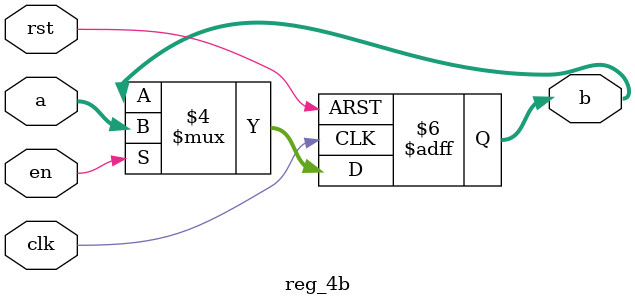
<source format=v>
`timescale 1ns / 1ps


module reg_4b (a, clk, rst, en, b);
input clk, rst, en;
input [3:0] a;
output [3:0] b;
reg [3:0] b;

always @(posedge clk or posedge rst) begin
    if (rst == 1'b1) b <= 4'b0;
    else if (en == 1'b1) b <= a;
end

endmodule

</source>
